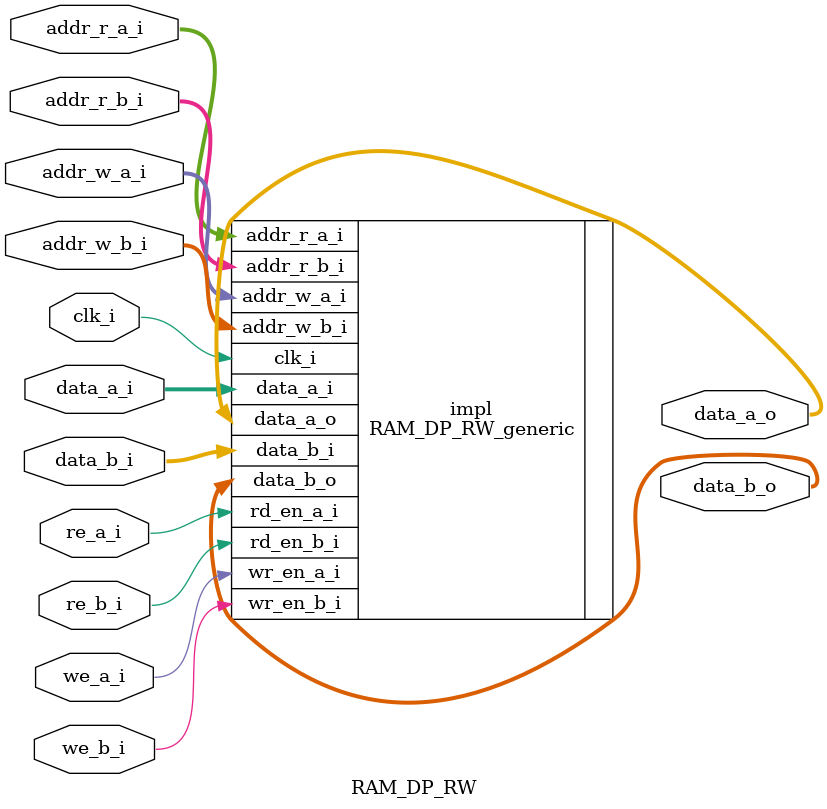
<source format=v>


module RAM_DP_RW 
#(
    parameter AddrWidth = 16,
    parameter DataWidth = 32,
    parameter Pipelined = 0,
    
    // Hint for physical implementation.
    parameter Implementation = "generic"
) (
    // Common clock
    input   wire                        clk_i,
    // We deliberately leave out a reset here so that it is obvious 
    // that memory content is undefined prior to writing to it

    // read enable, active high
    input   wire                        re_a_i,
    input   wire                        re_b_i,
    // write enable, active high
    // when both rd_en and wr_en are deasserted, the RAM is inactive
    input   wire                        we_a_i,
    input   wire                        we_b_i,

    // address input
    input   wire    [AddrWidth-1:0]     addr_r_a_i,
    input   wire    [AddrWidth-1:0]     addr_r_b_i,
    input   wire    [AddrWidth-1:0]     addr_w_a_i,
    input   wire    [AddrWidth-1:0]     addr_w_b_i,

    // data input
    input   wire    [DataWidth-1:0]     data_a_i,
    input   wire    [DataWidth-1:0]     data_b_i,

    // data output
    output  wire    [DataWidth-1:0]     data_a_o,
    output  wire    [DataWidth-1:0]     data_b_o
);


    RAM_DP_RW_generic #(
        .AddrWidth          (AddrWidth),
        .DataWidth          (DataWidth),
        .Pipelined          (Pipelined)
    ) impl (
        .clk_i              (clk_i),
        .rd_en_a_i          (re_a_i),
        .rd_en_b_i          (re_b_i),
        .wr_en_a_i          (we_a_i),
        .wr_en_b_i          (we_b_i),
        .addr_r_a_i         (addr_r_a_i),
        .addr_r_b_i         (addr_r_b_i),
        .addr_w_a_i         (addr_w_a_i),
        .addr_w_b_i         (addr_w_b_i),
        .data_a_i           (data_a_i),
        .data_b_i           (data_b_i),
        .data_a_o           (data_a_o),
        .data_b_o           (data_b_o)
    );

endmodule
</source>
